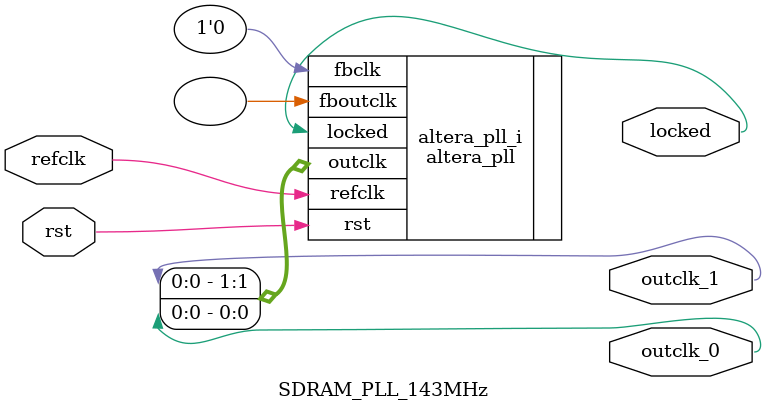
<source format=v>
`timescale 1ns/10ps
module  SDRAM_PLL_143MHz(

	// interface 'refclk'
	input wire refclk,

	// interface 'reset'
	input wire rst,

	// interface 'outclk0'
	output wire outclk_0,

	// interface 'outclk1'
	output wire outclk_1,

	// interface 'locked'
	output wire locked
);

	altera_pll #(
		.fractional_vco_multiplier("false"),
		.reference_clock_frequency("50.0 MHz"),
		.operation_mode("direct"),
		.number_of_clocks(2),
		.output_clock_frequency0("143.000000 MHz"),
		.phase_shift0("962 ps"),
		.duty_cycle0(50),
		.output_clock_frequency1("143.000000 MHz"),
		.phase_shift1("0 ps"),
		.duty_cycle1(50),
		.output_clock_frequency2("0 MHz"),
		.phase_shift2("0 ps"),
		.duty_cycle2(50),
		.output_clock_frequency3("0 MHz"),
		.phase_shift3("0 ps"),
		.duty_cycle3(50),
		.output_clock_frequency4("0 MHz"),
		.phase_shift4("0 ps"),
		.duty_cycle4(50),
		.output_clock_frequency5("0 MHz"),
		.phase_shift5("0 ps"),
		.duty_cycle5(50),
		.output_clock_frequency6("0 MHz"),
		.phase_shift6("0 ps"),
		.duty_cycle6(50),
		.output_clock_frequency7("0 MHz"),
		.phase_shift7("0 ps"),
		.duty_cycle7(50),
		.output_clock_frequency8("0 MHz"),
		.phase_shift8("0 ps"),
		.duty_cycle8(50),
		.output_clock_frequency9("0 MHz"),
		.phase_shift9("0 ps"),
		.duty_cycle9(50),
		.output_clock_frequency10("0 MHz"),
		.phase_shift10("0 ps"),
		.duty_cycle10(50),
		.output_clock_frequency11("0 MHz"),
		.phase_shift11("0 ps"),
		.duty_cycle11(50),
		.output_clock_frequency12("0 MHz"),
		.phase_shift12("0 ps"),
		.duty_cycle12(50),
		.output_clock_frequency13("0 MHz"),
		.phase_shift13("0 ps"),
		.duty_cycle13(50),
		.output_clock_frequency14("0 MHz"),
		.phase_shift14("0 ps"),
		.duty_cycle14(50),
		.output_clock_frequency15("0 MHz"),
		.phase_shift15("0 ps"),
		.duty_cycle15(50),
		.output_clock_frequency16("0 MHz"),
		.phase_shift16("0 ps"),
		.duty_cycle16(50),
		.output_clock_frequency17("0 MHz"),
		.phase_shift17("0 ps"),
		.duty_cycle17(50),
		.pll_type("General"),
		.pll_subtype("General")
	) altera_pll_i (
		.rst	(rst),
		.outclk	({outclk_1, outclk_0}),
		.locked	(locked),
		.fboutclk	( ),
		.fbclk	(1'b0),
		.refclk	(refclk)
	);
endmodule


</source>
